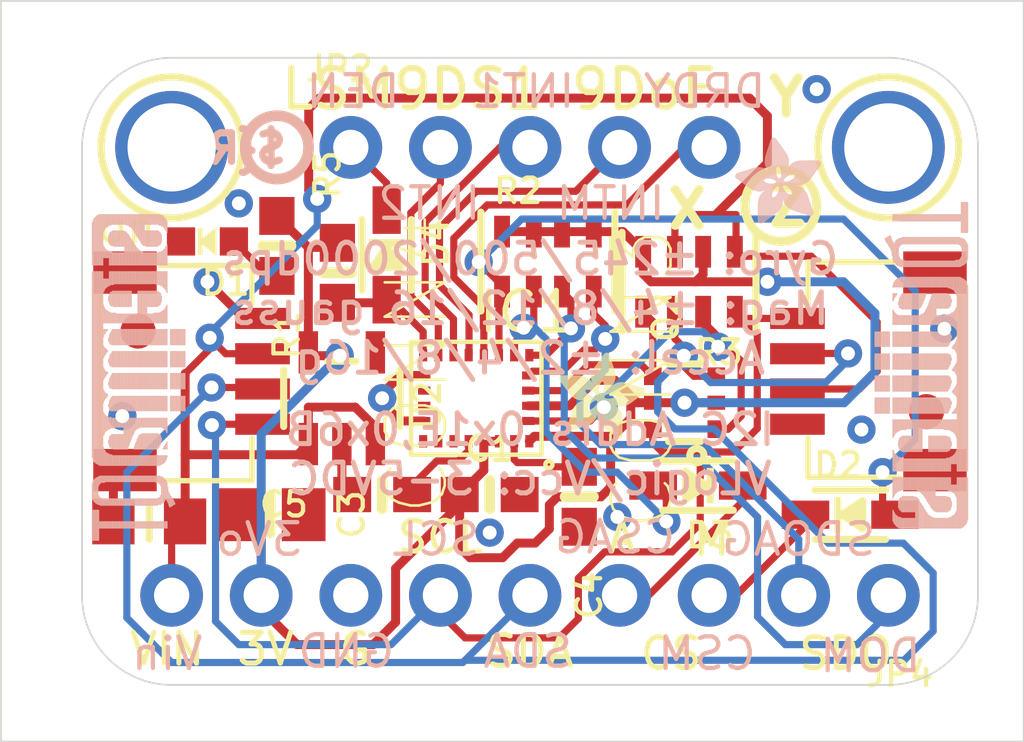
<source format=kicad_pcb>
(kicad_pcb (version 20240108) (generator "pcbnew") (generator_version "8.0")
  (layers (0 "F.Cu" signal) (31 "B.Cu" signal) (34 "B.Paste" user) (35 "F.Paste" user) (36 "B.SilkS" user "B.Silkscreen") (37 "F.SilkS" user "F.Silkscreen") (38 "B.Mask" user) (39 "F.Mask" user) (44 "Edge.Cuts" user))
  (net 0 "")
  (net 1 "GND")
  (net 2 "SDA")
  (net 3 "SCL")
  (net 4 "SCL_3V")
  (net 5 "SDA_3V")
  (net 6 "3.3V")
  (net 7 "VCC")
  (net 8 "N$1")
  (net 9 "DEN_5V")
  (net 10 "DEN_3V")
  (net 11 "CS_A/G")
  (net 12 "CS_M")
  (net 13 "SDO_M")
  (net 14 "SDO_AG")
  (net 15 "INT_M")
  (net 16 "DRDY_M")
  (net 17 "INT1_AG")
  (net 18 "INT2_AG")
  (net 19 "C1")
  (net 20 "CAP")
  (net 21 "CS_AG_5V")
  (net 22 "CS_M_5V")
  (footprint "JST_SH4" (layer "F.Cu") (at 158.5976 105.0036 90)
    (property "Reference" "CONN3")
    (property "Value" "STEMMA_I2C_QT" (hide yes))
  )
  (footprint "SOT363" (layer "F.Cu") (at 152.8826 105.8926 90)
    (property "Reference" "Q2")
    (property "Value" "BSS138")
  )
  (footprint "RESPACK_4X0603" (layer "F.Cu") (at 153.0096 102.4636 180)
    (property "Reference" "R3")
    (property "Value" "10K")
  )
  (footprint "MOUNTINGHOLE_2.5_PLATED" (layer "F.Cu") (at 158.6611 98.6536)
    (property "Reference" "U$17" (hide yes))
    (property "Value" "MOUNTINGHOLE2.5" (hide yes))
  )
  (footprint "FIDUCIAL_1MM" (layer "F.Cu") (at 159.7406 106.1466)
    (property "Reference" "FID4" (hide yes))
    (property "Value" "FIDUCIAL_1MM" (hide yes))
  )
  (footprint "0603-NO" (layer "F.Cu") (at 149.8981 108.5596 -90)
    (property "Reference" "C4")
    (property "Value" "0.22uF")
  )
  (footprint "FIDUCIAL_1MM" (layer "F.Cu") (at 137.3886 103.8606)
    (property "Reference" "FID3" (hide yes))
    (property "Value" "FIDUCIAL_1MM" (hide yes))
  )
  (footprint "0603-NO" (layer "F.Cu") (at 144.3101 108.4961 180)
    (property "Reference" "C5")
    (property "Value" "0.01uF")
  )
  (footprint "JST_SH4" (layer "F.Cu") (at 138.4046 105.0036 -90)
    (property "Reference" "CONN4")
    (property "Value" "STEMMA_I2C_QT" (hide yes))
  )
  (footprint "LGA24_3.5X3.1MM" (layer "F.Cu") (at 146.9771 105.7656 180)
    (property "Reference" "IC1")
    (property "Value" "LSM9DS1" (hide yes))
  )
  (footprint "CHIPLED_0603_NOOUTLINE" (layer "F.Cu") (at 139.3571 101.3206 90)
    (property "Reference" "D1")
    (property "Value" "GREEN" (hide yes))
  )
  (footprint "SOD-323" (layer "F.Cu") (at 153.2636 108.2421 180)
    (property "Reference" "D3")
    (property "Value" "1N4148")
  )
  (footprint "1X09_ROUND_70" (layer "F.Cu") (at 148.5011 111.3536 180)
    (property "Reference" "JP4")
    (property "Value" "PowerIO")
  )
  (footprint "0805-NO" (layer "F.Cu") (at 141.1351 109.0676)
    (property "Reference" "C3")
    (property "Value" "10uF" (hide yes))
  )
  (footprint "SOT23-5" (layer "F.Cu") (at 143.1671 105.7656)
    (property "Reference" "U2")
    (property "Value" "AP2112K-3.3")
  )
  (footprint "MOUNTINGHOLE_2.5_PLATED" (layer "F.Cu") (at 138.3411 98.6536)
    (property "Reference" "U$1" (hide yes))
    (property "Value" "MOUNTINGHOLE2.5" (hide yes))
  )
  (footprint "0603-NO" (layer "F.Cu") (at 141.3256 101.4476 -90)
    (property "Reference" "R1")
    (property "Value" "10K")
  )
  (footprint "1X05_ROUND_70" (layer "F.Cu") (at 148.5011 98.6536)
    (property "Reference" "JP2")
    (property "Value" "")
  )
  (footprint "ADAFRUIT_2.5MM" (layer "F.Cu") (at 149.3266 106.9086)
    (property "Reference" "U$10" (hide yes))
    (property "Value" "" (hide yes))
  )
  (footprint "RESPACK_4X0603" (layer "F.Cu") (at 149.0091 101.8921)
    (property "Reference" "R2")
    (property "Value" "10k")
  )
  (footprint "0603-NO" (layer "F.Cu") (at 143.0401 102.2096 90)
    (property "Reference" "R5")
    (property "Value" "10K")
  )
  (footprint "SOD-323" (layer "F.Cu") (at 144.4371 101.7016 -90)
    (property "Reference" "D4")
    (property "Value" "1N4148")
  )
  (footprint "0603-NO" (layer "F.Cu") (at 147.3581 108.4961)
    (property "Reference" "C1")
    (property "Value" "0.1uF")
  )
  (footprint "SOD-323" (layer "F.Cu") (at 157.5816 109.0676)
    (property "Reference" "D2")
    (property "Value" "1N4148" (hide yes))
  )
  (footprint "_0805MP" (layer "F.Cu") (at 137.7061 109.2581 180)
    (property "Reference" "C2" (hide yes))
    (property "Value" "10uF" (hide yes))
  )
  (footprint "STEMMAQT" (layer "B.Cu") (at 138.7221 100.5586 -90)
    (property "Reference" "U$31" (hide yes))
    (property "Value" "" (hide yes))
  )
  (footprint "ADAFRUIT_2.5MM" (layer "B.Cu") (at 156.7561 100.8126 180)
    (property "Reference" "U$16" (hide yes))
    (property "Value" "" (hide yes))
  )
  (footprint "STEMMAQT" (layer "B.Cu") (at 158.2801 109.4486 90)
    (property "Reference" "U$30" (hide yes))
    (property "Value" "" (hide yes))
  )
  (footprint "PCBFEAT-REV-040" (layer "B.Cu") (at 141.3256 98.6536 180)
    (property "Reference" "U$25" (hide yes))
    (property "Value" "" (hide yes))
  )
  (gr_arc (start 156.6301 100.3006) (mid 156.33252 101.01902) (end 155.6141 101.3166) (stroke (width 0.254)) (layer "F.SilkS"))
  (gr_arc (start 155.6141 99.2846) (mid 156.33252 99.58218) (end 156.6301 100.3006) (stroke (width 0.254)) (layer "F.SilkS"))
  (gr_arc (start 155.6141 101.3166) (mid 154.89568 101.01902) (end 154.5981 100.3006) (stroke (width 0.254)) (layer "F.SilkS"))
  (gr_arc (start 154.5981 100.3006) (mid 154.890467 99.576968) (end 155.614099 99.284601) (stroke (width 0.254)) (layer "F.SilkS"))
  (gr_arc (start 138.3411 113.8936) (mid 136.545049 113.149651) (end 135.8011 111.3536) (stroke (width 0.05)) (layer "Edge.Cuts"))
  (gr_arc (start 161.2011 111.3536) (mid 160.457151 113.149651) (end 158.6611 113.8936) (stroke (width 0.05)) (layer "Edge.Cuts"))
  (gr_rect (start 133.5 94.5) (end 162.5 115.5) (stroke (width 0.05)) (fill none) (layer "Edge.Cuts"))
  (gr_line (start 138.3411 113.8936) (end 158.6611 113.8936) (stroke (width 0.05)) (layer "Edge.Cuts"))
  (gr_arc (start 158.6611 96.1136) (mid 160.457151 96.857549) (end 161.2011 98.6536) (stroke (width 0.05)) (layer "Edge.Cuts"))
  (gr_line (start 161.2011 111.3536) (end 161.2011 98.6536) (stroke (width 0.05)) (layer "Edge.Cuts"))
  (gr_line (start 135.8011 98.6536) (end 135.8011 111.3536) (stroke (width 0.05)) (layer "Edge.Cuts"))
  (gr_line (start 158.6611 96.1136) (end 138.3411 96.1136) (stroke (width 0.05)) (layer "Edge.Cuts"))
  (gr_arc (start 135.8011 98.6536) (mid 136.545049 96.857549) (end 138.3411 96.1136) (stroke (width 0.05)) (layer "Edge.Cuts"))
  (gr_text "DOM" (at 158.1531 113.0681 0) (layer "B.SilkS") (effects (font (size 0.89408 0.89408) (thickness 0.12192)) (justify mirror)))
  (gr_text "VLogic/Vcc: 3-5VDC" (at 148.5011 108.0516 0) (layer "B.SilkS") (effects (font (size 0.87376 0.87376) (thickness 0.14224)) (justify mirror)))
  (gr_text "SDA" (at 148.4376 112.9411 0) (layer "B.SilkS") (effects (font (size 0.89408 0.89408) (thickness 0.12192)) (justify mirror)))
  (gr_text "INT1" (at 148.3106 97.0661 0) (layer "B.SilkS") (effects (font (size 0.89408 0.89408) (thickness 0.12192)) (justify mirror)))
  (gr_text "CSAG" (at 150.9141 109.7026 0) (layer "B.SilkS") (effects (font (size 0.89408 0.89408) (thickness 0.12192)) (justify mirror)))
  (gr_text "GND" (at 143.2941 112.9411 0) (layer "B.SilkS") (effects (font (size 0.89408 0.89408) (thickness 0.12192)) (justify mirror)))
  (gr_text "I2C Addrs 0x1E,0x6B" (at 148.5011 106.6546 0) (layer "B.SilkS") (effects (font (size 0.87376 0.87376) (thickness 0.14224)) (justify mirror)))
  (gr_text "DEN" (at 143.4846 97.0661 0) (layer "B.SilkS") (effects (font (size 0.89408 0.89408) (thickness 0.12192)) (justify mirror)))
  (gr_text "CSM" (at 153.5176 113.0046 0) (layer "B.SilkS") (effects (font (size 0.89408 0.89408) (thickness 0.12192)) (justify mirror)))
  (gr_text "Vin" (at 138.2141 113.0046 0) (layer "B.SilkS") (effects (font (size 0.89408 0.89408) (thickness 0.12192)) (justify mirror)))
  (gr_text "SCL" (at 145.8341 109.7661 0) (layer "B.SilkS") (effects (font (size 0.89408 0.89408) (thickness 0.12192)) (justify mirror)))
  (gr_text "DRDY" (at 153.4541 97.0661 0) (layer "B.SilkS") (effects (font (size 0.89408 0.89408) (thickness 0.12192)) (justify mirror)))
  (gr_text "3Vo" (at 140.8176 109.7661 0) (layer "B.SilkS") (effects (font (size 0.89408 0.89408) (thickness 0.12192)) (justify mirror)))
  (gr_text "Gyro: ±245/500/2000dps\nMag: ±4/8/12/16 gauss\nAccel: ±2/4/8/16g" (at 148.5011 103.2256 0) (layer "B.SilkS") (effects (font (size 0.87376 0.87376) (thickness 0.14224)) (justify mirror)))
  (gr_text "INT2" (at 145.6436 100.2411 0) (layer "B.SilkS") (effects (font (size 0.89408 0.89408) (thickness 0.12192)) (justify mirror)))
  (gr_text "SDOAG" (at 156.1211 109.7661 0) (layer "B.SilkS") (effects (font (size 0.89408 0.89408) (thickness 0.12192)) (justify mirror)))
  (gr_text "INTM" (at 150.7871 100.2411 0) (layer "B.SilkS") (effects (font (size 0.89408 0.89408) (thickness 0.12192)) (justify mirror)))
  (gr_text "VIN" (at 138.2141 112.8776 0) (layer "F.SilkS") (effects (font (size 0.87376 0.87376) (thickness 0.14224))))
  (gr_text "SCL" (at 145.9611 109.7026 0) (layer "F.SilkS") (effects (font (size 0.87376 0.87376) (thickness 0.14224))))
  (gr_text "SDA" (at 148.5011 112.9411 0) (layer "F.SilkS") (effects (font (size 0.87376 0.87376) (thickness 0.14224))))
  (gr_text "LSM9DS1 9DoF" (at 147.6121 97.0026 0) (layer "F.SilkS") (effects (font (size 1.0922 1.0922) (thickness 0.1778))))
  (gr_text "A" (at 151.1046 109.7026 0) (layer "F.SilkS") (effects (font (size 0.87376 0.87376) (thickness 0.14224))))
  (gr_text "M" (at 153.6446 109.7661 0) (layer "F.SilkS") (effects (font (size 0.87376 0.87376) (thickness 0.14224))))
  (gr_text "on" (at 136.1821 101.4476 0) (layer "F.SilkS") (effects (font (size 0.89408 0.89408) (thickness 0.12192)) (justify left bottom)))
  (gr_text "X" (at 152.3071 101.0021 0) (layer "F.SilkS") (effects (font (size 1.016 1.016) (thickness 0.254)) (justify left bottom)))
  (gr_text "Z" (at 155.1646 100.9386 0) (layer "F.SilkS") (effects (font (size 1.016 1.016) (thickness 0.254)) (justify left bottom)))
  (gr_text "G" (at 143.5481 112.8776 0) (layer "F.SilkS") (effects (font (size 0.87376 0.87376) (thickness 0.14224))))
  (gr_text "3V" (at 141.0081 112.8776 0) (layer "F.SilkS") (effects (font (size 0.87376 0.87376) (thickness 0.14224))))
  (gr_text "Y" (at 155.1646 97.8271 0) (layer "F.SilkS") (effects (font (size 1.016 1.016) (thickness 0.254)) (justify left bottom)))
  (gr_text "SDO" (at 157.4546 113.0046 0) (layer "F.SilkS") (effects (font (size 0.87376 0.87376) (thickness 0.14224))))
  (gr_text "CS" (at 152.5016 113.0046 0) (layer "F.SilkS") (effects (font (size 0.87376 0.87376) (thickness 0.14224))))
  (segment (start 143.1671 107.0657) (end 143.1671 108.2031) (width 0.254) (layer "F.Cu") (net 1))
  (segment (start 143.1671 108.2031) (end 143.4601 108.4961) (width 0.254) (layer "F.Cu") (net 1))
  (segment (start 144.3101 105.9026) (end 144.3101 105.7656) (width 0.254) (layer "F.Cu") (net 1))
  (segment (start 145.5021 106.4106) (end 144.8181 106.4106) (width 0.254) (layer "F.Cu") (net 1))
  (segment (start 144.8281 105.1206) (end 144.3101 105.6386) (width 0.254) (layer "F.Cu") (net 1))
  (segment (start 144.3101 105.6386) (end 144.3101 105.7656) (width 0.254) (layer "F.Cu") (net 1))
  (segment (start 136.6901 109.2581) (end 136.6901 108.1321) (width 0.254) (layer "F.Cu") (net 1))
  (segment (start 136.6901 108.1321) (end 137.0186 107.8036) (width 0.254) (layer "F.Cu") (net 1))
  (segment (start 144.8181 106.4106) (end 144.3101 105.9026) (width 0.254) (layer "F.Cu") (net 1))
  (segment (start 145.5021 105.1206) (end 144.8281 105.1206) (width 0.254) (layer "F.Cu") (net 1))
  (segment (start 140.3971 103.5036) (end 139.3571 102.4636) (width 0.254) (layer "F.Cu") (net 1))
  (segment (start 140.9186 103.5036) (end 140.3971 103.5036) (width 0.254) (layer "F.Cu") (net 1))
  (via (at 144.3101 105.7656) (size 0.8001) (drill 0.3937) (layers "F.Cu" "B.Cu") (net 1))
  (via (at 150.9776 109.1311) (size 0.8001) (drill 0.3937) (layers "F.Cu" "B.Cu") (net 1))
  (via (at 160.2486 103.7971) (size 0.8001) (drill 0.3937) (layers "F.Cu" "B.Cu") (net 1))
  (via (at 136.9441 106.2736) (size 0.8001) (drill 0.3937) (layers "F.Cu" "B.Cu") (net 1))
  (via (at 157.8991 106.6546) (size 0.8001) (drill 0.3937) (layers "F.Cu" "B.Cu") (net 1))
  (via (at 140.2461 100.2411) (size 0.8001) (drill 0.3937) (layers "F.Cu" "B.Cu") (net 1))
  (via (at 147.3581 109.5756) (size 0.8001) (drill 0.3937) (layers "F.Cu" "B.Cu") (net 1))
  (via (at 156.6291 97.0026) (size 0.8001) (drill 0.3937) (layers "F.Cu" "B.Cu") (net 1))
  (via (at 139.3571 102.4636) (size 0.8001) (drill 0.3937) (layers "F.Cu" "B.Cu") (net 1))
  (segment (start 152.8636 104.8576) (end 153.1486 105.1426) (width 0.2032) (layer "F.Cu") (net 2))
  (segment (start 152.8636 104.4956) (end 152.8636 104.5591) (width 0.2032) (layer "F.Cu") (net 2))
  (segment (start 156.0916 104.4956) (end 157.5181 104.4956) (width 0.2032) (layer "F.Cu") (net 2))
  (segment (start 152.8636 104.5591) (end 152.8636 104.8576) (width 0.2032) (layer "F.Cu") (net 2))
  (segment (start 152.6096 103.3136) (end 152.6096 104.0756) (width 0.2032) (layer "F.Cu") (net 2))
  (segment (start 152.9466 104.4126) (end 152.6096 104.0756) (width 0.2032) (layer "F.Cu") (net 2))
  (segment (start 156.0836 104.5036) (end 156.0916 104.4956) (width 0.2032) (layer "F.Cu") (net 2))
  (segment (start 140.8758 105.4608) (end 139.4739 105.4608) (width 0.2032) (layer "F.Cu") (net 2))
  (segment (start 152.9466 104.4126) (end 152.8636 104.4956) (width 0.2032) (layer "F.Cu") (net 2))
  (segment (start 140.9186 105.5036) (end 140.8758 105.4608) (width 0.2032) (layer "F.Cu") (net 2))
  (segment (start 153.1486 105.1426) (end 153.7826 105.1426) (width 0.2032) (layer "F.Cu") (net 2))
  (via (at 157.5181 104.4956) (size 0.8001) (drill 0.3937) (layers "F.Cu" "B.Cu") (net 2))
  (via (at 152.8636 104.5591) (size 0.8001) (drill 0.3937) (layers "F.Cu" "B.Cu") (net 2))
  (via (at 139.4739 105.4608) (size 0.8001) (drill 0.3937) (layers "F.Cu" "B.Cu") (net 2))
  (segment (start 159.9311 112.3696) (end 159.1056 113.1951) (width 0.2032) (layer "B.Cu") (net 2))
  (segment (start 146.5961 113.2586) (end 146.6596 113.1951) (width 0.2032) (layer "B.Cu") (net 2))
  (segment (start 152.1206 106.1466) (end 152.60955 106.63555) (width 0.2032) (layer "B.Cu") (net 2))
  (segment (start 156.8831 105.3211) (end 153.625603 105.3211) (width 0.2032) (layer "B.Cu") (net 2))
  (segment (start 157.5181 104.6861) (end 156.8831 105.3211) (width 0.2032) (layer "B.Cu") (net 2))
  (segment (start 156.958368 109.87405) (end 159.08655 109.87405) (width 0.2032) (layer "B.Cu") (net 2))
  (segment (start 137.0711 111.9886) (end 138.3411 113.2586) (width 0.2032) (layer "B.Cu") (net 2))
  (segment (start 152.1206 105.3021) (end 152.1206 106.1466) (width 0.2032) (layer "B.Cu") (net 2))
  (segment (start 152.8636 104.5591) (end 153.625603 105.3211) (width 0.2032) (layer "B.Cu") (net 2))
  (segment (start 139.4739 105.4608) (end 137.0711 107.8636) (width 0.2032) (layer "B.Cu") (net 2))
  (segment (start 159.08655 109.87405) (end 159.9311 110.7186) (width 0.2032) (layer "B.Cu") (net 2))
  (segment (start 146.6596 113.1951) (end 159.1056 113.1951) (width 0.2032) (layer "B.Cu") (net 2))
  (segment (start 152.8636 104.5591) (end 152.1206 105.3021) (width 0.2032) (layer "B.Cu") (net 2))
  (segment (start 157.5181 104.4956) (end 157.5181 104.6861) (width 0.2032) (layer "B.Cu") (net 2))
  (segment (start 152.60955 106.63555) (end 153.719868 106.63555) (width 0.2032) (layer "B.Cu") (net 2))
  (segment (start 153.719868 106.63555) (end 156.958368 109.87405) (width 0.2032) (layer "B.Cu") (net 2))
  (segment (start 137.0711 107.8636) (end 137.0711 111.9886) (width 0.2032) (layer "B.Cu") (net 2))
  (segment (start 138.3411 113.2586) (end 146.5961 113.2586) (width 0.2032) (layer "B.Cu") (net 2))
  (segment (start 159.9311 110.7186) (end 159.9311 112.3696) (width 0.2032) (layer "B.Cu") (net 2))
  (segment (start 146.6596 113.1951) (end 148.5011 111.3536) (width 0.2032) (layer "B.Cu") (net 2))
  (segment (start 154.4996 103.5036) (end 154.3096 103.3136) (width 0.2032) (layer "F.Cu") (net 3))
  (segment (start 145.9611 111.6076) (end 145.9611 111.3536) (width 0.254) (layer "F.Cu") (net 3))
  (segment (start 153.3271 109.3216) (end 152.527 110.1217) (width 0.2032) (layer "F.Cu") (net 3))
  (segment (start 153.3271 107.2896) (end 153.3271 109.3216) (width 0.2032) (layer "F.Cu") (net 3))
  (segment (start 149.8727 112.014) (end 149.3266 112.5601) (width 0.2032) (layer "F.Cu") (net 3))
  (segment (start 154.9446 103.9486) (end 154.9446 106.6246) (width 0.2032) (layer "F.Cu") (net 3))
  (segment (start 152.2476 107.2896) (end 151.9821 107.0241) (width 0.2032) (layer "F.Cu") (net 3))
  (segment (start 151.9826 106.6426) (end 151.9821 106.6431) (width 0.2032) (layer "F.Cu") (net 3))
  (segment (start 149.3266 112.5601) (end 146.6596 112.5601) (width 0.2032) (layer "F.Cu") (net 3))
  (segment (start 154.3096 103.3136) (end 154.9446 103.9486) (width 0.2032) (layer "F.Cu") (net 3))
  (segment (start 154.2796 107.2896) (end 153.3271 107.2896) (width 0.2032) (layer "F.Cu") (net 3))
  (segment (start 145.9611 111.8616) (end 145.9611 111.6076) (width 0.2032) (layer "F.Cu") (net 3))
  (segment (start 156.0836 103.5036) (end 154.4996 103.5036) (width 0.2032) (layer "F.Cu") (net 3))
  (segment (start 146.6596 112.5601) (end 145.9611 111.8616) (width 0.2032) (layer "F.Cu") (net 3))
  (segment (start 150.620631 110.1217) (end 149.8727 110.869632) (width 0.2032) (layer "F.Cu") (net 3))
  (segment (start 149.8727 110.869632) (end 149.8727 112.014) (width 0.2032) (layer "F.Cu") (net 3))
  (segment (start 152.527 110.1217) (end 150.620631 110.1217) (width 0.2032) (layer "F.Cu") (net 3))
  (segment (start 151.9821 107.0241) (end 151.9821 106.6431) (width 0.2032) (layer "F.Cu") (net 3))
  (segment (start 154.9446 106.6246) (end 154.2796 107.2896) (width 0.2032) (layer "F.Cu") (net 3))
  (segment (start 140.9186 106.5036) (end 139.4841 106.5036) (width 0.2032) (layer "F.Cu") (net 3))
  (segment (start 152.2476 107.2896) (end 153.3271 107.2896) (width 0.2032) (layer "F.Cu") (net 3))
  (segment (start 139.4841 106.5036) (end 139.4841 106.5276) (width 0.2032) (layer "F.Cu") (net 3))
  (via (at 139.4841 106.5276) (size 0.8001) (drill 0.3937) (layers "F.Cu" "B.Cu") (net 3))
  (segment (start 139.5857 106.6292) (end 139.5857 112.0902) (width 0.2032) (layer "B.Cu") (net 3))
  (segment (start 139.4841 106.5276) (end 139.5857 106.6292) (width 0.2032) (layer "B.Cu") (net 3))
  (segment (start 140.2461 112.7506) (end 144.5641 112.7506) (width 0.2032) (layer "B.Cu") (net 3))
  (segment (start 144.5641 112.7506) (end 145.9611 111.3536) (width 0.2032) (layer "B.Cu") (net 3))
  (segment (start 139.5857 112.0902) (end 140.2461 112.7506) (width 0.2032) (layer "B.Cu") (net 3))
  (segment (start 154.4874 106.2736) (end 154.1184 106.6426) (width 0.2032) (layer "F.Cu") (net 4))
  (segment (start 153.4096 103.3136) (end 153.4096 103.6311) (width 0.254) (layer "F.Cu") (net 4))
  (segment (start 153.4096 103.6311) (end 154.0836 104.3051) (width 0.254) (layer "F.Cu") (net 4))
  (segment (start 150.5966 106.0196) (end 150.2056 106.4106) (width 0.2032) (layer "F.Cu") (net 4))
  (segment (start 154.4874 104.7089) (end 154.4874 106.2736) (width 0.2032) (layer "F.Cu") (net 4))
  (segment (start 153.8351 104.3051) (end 154.0836 104.3051) (width 0.2032) (layer "F.Cu") (net 4))
  (segment (start 150.2056 106.4106) (end 148.4521 106.4106) (width 0.2032) (layer "F.Cu") (net 4))
  (segment (start 153.7826 106.6426) (end 154.1184 106.6426) (width 0.2032) (layer "F.Cu") (net 4))
  (segment (start 154.4874 104.7089) (end 154.0836 104.3051) (width 0.2032) (layer "F.Cu") (net 4))
  (via (at 150.5966 106.0196) (size 0.8001) (drill 0.3937) (layers "F.Cu" "B.Cu") (net 4))
  (via (at 153.8351 104.3051) (size 0.8001) (drill 0.3937) (layers "F.Cu" "B.Cu") (net 4))
  (segment (start 150.5966 105.7656) (end 152.48255 103.87965) (width 0.2032) (layer "B.Cu") (net 4))
  (segment (start 152.48255 103.87965) (end 153.40965 103.87965) (width 0.2032) (layer "B.Cu") (net 4))
  (segment (start 153.40965 103.87965) (end 153.8351 104.3051) (width 0.2032) (layer "B.Cu") (net 4))
  (segment (start 150.5966 106.0196) (end 150.5966 105.7656) (width 0.2032) (layer "B.Cu") (net 4))
  (segment (start 151.656968 104.816969) (end 150.155968 104.816969) (width 0.2032) (layer "F.Cu") (net 5))
  (segment (start 151.9826 105.1426) (end 151.656968 104.816969) (width 0.2032) (layer "F.Cu") (net 5))
  (segment (start 151.9826 103.5866) (end 151.9826 105.1426) (width 0.2032) (layer "F.Cu") (net 5))
  (segment (start 148.4521 105.5506) (end 149.422337 105.5506) (width 0.2032) (layer "F.Cu") (net 5))
  (segment (start 149.422337 105.5506) (end 150.155968 104.816969) (width 0.2032) (layer "F.Cu") (net 5))
  (segment (start 151.9826 103.5866) (end 151.7096 103.3136) (width 0.2032) (layer "F.Cu") (net 5))
  (segment (start 142.2505 104.4655) (end 142.2171 104.4321) (width 0.254) (layer "F.Cu") (net 6))
  (segment (start 144.6911 110.5916) (end 146.5081 108.7746) (width 0.254) (layer "F.Cu") (net 6))
  (segment (start 150.7871 106.8451) (end 150.7871 108.28915) (width 0.254) (layer "F.Cu") (net 6))
  (segment (start 144.6911 112.1156) (end 144.6911 110.5916) (width 0.254) (layer "F.Cu") (net 6))
  (segment (start 150.8506 106.8451) (end 151.3586 106.3371) (width 0.254) (layer "F.Cu") (net 6))
  (segment (start 148.1408 109.8724) (end 148.6488 109.8724) (width 0.254) (layer "F.Cu") (net 6))
  (segment (start 153.4096 101.6136) (end 153.4096 102.2541) (width 0.254) (layer "F.Cu") (net 6))
  (segment (start 147.1921 107.8121) (end 146.5081 108.4961) (width 0.254) (layer "F.Cu") (net 6))
  (segment (start 143.1061 104.5591) (end 142.3441 104.5591) (width 0.254) (layer "F.Cu") (net 6))
  (segment (start 151.7096 101.6136) (end 151.1381 101.0421) (width 0.254) (layer "F.Cu") (net 6))
  (segment (start 142.3441 104.5591) (end 142.2505 104.4655) (width 0.254) (layer "F.Cu") (net 6))
  (segment (start 142.2171 101.4891) (end 141.3256 100.5976) (width 0.254) (layer "F.Cu") (net 6))
  (segment (start 142.2171 104.4655) (end 142.2505 104.4655) (width 0.254) (layer "F.Cu") (net 6))
  (segment (start 147.6221 106.9856) (end 147.1921 106.9856) (width 0.254) (layer "F.Cu") (net 6))
  (segment (start 150.8506 106.8451) (end 150.7871 106.8451) (width 0.254) (layer "F.Cu") (net 6))
  (segment (start 142.9106 101.4891) (end 142.2171 101.4891) (width 0.254) (layer "F.Cu") (net 6))
  (segment (start 148.6488 109.8724) (end 149.0504 109.4708) (width 0.254) (layer "F.Cu") (net 6))
  (segment (start 149.0504 109.4708) (end 149.0504 108.78875) (width 0.254) (layer "F.Cu") (net 6))
  (segment (start 149.27955 108.5596) (end 149.0504 108.78875) (width 0.254) (layer "F.Cu") (net 6))
  (segment (start 150.7871 106.8451) (end 148.6226 106.8451) (width 0.254) (layer "F.Cu") (net 6))
  (segment (start 151.3586 106.3371) (end 151.3586 105.95611) (width 0.254) (layer "F.Cu") (net 6))
  (segment (start 148.4521 105.9806) (end 149.6196 105.9806) (width 0.254) (layer "F.Cu") (net 6))
  (segment (start 149.4091 101.0421) (end 150.3091 101.0421) (width 0.254) (layer "F.Cu") (net 6))
  (segment (start 151.9826 105.8926) (end 152.8826 105.8926) (width 0.254) (layer "F.Cu") (net 6))
  (segment (start 150.7871 108.28915) (end 150.51665 108.5596) (width 0.254) (layer "F.Cu") (net 6))
  (segment (start 146.7993 110.2868) (end 147.7264 110.2868) (width 0.254) (layer "F.Cu") (net 6))
  (segment (start 147.1921 106.9856) (end 147.1921 107.8121) (width 0.254) (layer "F.Cu") (net 6))
  (segment (start 140.8811 111.7346) (end 140.8811 111.3536) (width 0.254) (layer "F.Cu") (net 6))
  (segment (start 153.2001 102.4636) (end 155.2321 102.4636) (width 0.254) (layer "F.Cu") (net 6))
  (segment (start 153.4096 102.2541) (end 153.2001 102.4636) (width 0.254) (layer "F.Cu") (net 6))
  (segment (start 151.7096 101.6136) (end 151.7096 102.2431) (width 0.254) (layer "F.Cu") (net 6))
  (segment (start 146.5081 108.4961) (end 146.5081 109.9956) (width 0.254) (layer "F.Cu") (net 6))
  (segment (start 151.9826 105.8926) (end 151.549109 105.8926) (width 0.254) (layer "F.Cu") (net 6))
  (segment (start 141.8971 112.7506) (end 144.0561 112.7506) (width 0.254) (layer "F.Cu") (net 6))
  (segment (start 152.8826 105.8926) (end 153.7826 105.8926) (width 0.254) (layer "F.Cu") (net 6))
  (segment (start 141.8971 112.7506) (end 140.8811 111.7346) (width 0.254) (layer "F.Cu") (net 6))
  (segment (start 148.6091 101.0421) (end 149.4091 101.0421) (width 0.254) (layer "F.Cu") (net 6))
  (segment (start 140.1851 109.0676) (end 140.8811 109.7636) (width 0.254) (layer "F.Cu") (net 6))
  (segment (start 151.9301 102.4636) (end 151.7096 102.2431) (width 0.254) (layer "F.Cu") (net 6))
  (segment (start 151.1381 101.0421) (end 150.3091 101.0421) (width 0.254) (layer "F.Cu") (net 6))
  (segment (start 148.4821 106.9856) (end 148.6226 106.8451) (width 0.254) (layer "F.Cu") (net 6))
  (segment (start 148.6091 101.0421) (end 147.7091 101.0421) (width 0.254) (layer "F.Cu") (net 6))
  (segment (start 146.5081 108.7746) (end 146.5081 108.4961) (width 0.254) (layer "F.Cu") (net 6))
  (segment (start 142.2171 101.4891) (end 142.2171 104.4321) (width 0.254) (layer "F.Cu") (net 6))
  (segment (start 150.51665 108.5596) (end 149.27955 108.5596) (width 0.254) (layer "F.Cu") (net 6))
  (segment (start 143.0401 101.3596) (end 142.9106 101.4891) (width 0.254) (layer "F.Cu") (net 6))
  (segment (start 144.6911 112.1156) (end 144.0561 112.7506) (width 0.254) (layer "F.Cu") (net 6))
  (segment (start 151.3586 105.95611) (end 151.422109 105.8926) (width 0.254) (layer "F.Cu") (net 6))
  (segment (start 149.6196 105.9806) (end 150.3426 105.2576) (width 0.254) (layer "F.Cu") (net 6))
  (segment (start 146.5081 109.9956) (end 146.7993 110.2868) (width 0.254) (layer "F.Cu") (net 6))
  (segment (start 140.8811 109.7636) (end 140.8811 111.3536) (width 0.254) (layer "F.Cu") (net 6))
  (segment (start 150.914109 105.2576) (end 150.3426 105.2576) (width 0.254) (layer "F.Cu") (net 6))
  (segment (start 147.7264 110.2868) (end 148.1408 109.8724) (width 0.254) (layer "F.Cu") (net 6))
  (segment (start 153.2001 102.4636) (end 151.9301 102.4636) (width 0.254) (layer "F.Cu") (net 6))
  (segment (start 151.549109 105.8926) (end 150.914109 105.2576) (width 0.254) (layer "F.Cu") (net 6))
  (segment (start 151.549109 105.8926) (end 151.422109 105.8926) (width 0.254) (layer "F.Cu") (net 6))
  (via (at 155.2321 102.4636) (size 0.8001) (drill 0.3937) (layers "F.Cu" "B.Cu") (net 6))
  (via (at 143.1061 104.5591) (size 0.8001) (drill 0.3937) (layers "F.Cu" "B.Cu") (net 6))
  (via (at 152.8826 105.8926) (size 0.8001) (drill 0.3937) (layers "F.Cu" "B.Cu") (net 6))
  (segment (start 140.8811 111.3536) (end 140.8811 106.7841) (width 0.254) (layer "B.Cu") (net 6))
  (segment (start 155.2321 102.4636) (end 157.3911 102.4636) (width 0.254) (layer "B.Cu") (net 6))
  (segment (start 158.2801 103.3526) (end 158.2801 105.022788) (width 0.254) (layer "B.Cu") (net 6))
  (segment (start 157.410287 105.8926) (end 152.8826 105.8926) (width 0.254) (layer "B.Cu") (net 6))
  (segment (start 157.3911 102.4636) (end 158.2801 103.3526) (width 0.254) (layer "B.Cu") (net 6))
  (segment (start 158.2801 105.022788) (end 157.410287 105.8926) (width 0.254) (layer "B.Cu") (net 6))
  (segment (start 140.8811 106.7841) (end 143.1061 104.5591) (width 0.254) (layer "B.Cu") (net 6))
  (segment (start 152.6096 100.7681) (end 152.8191 100.5586) (width 0.2032) (layer "F.Cu") (net 7))
  (segment (start 154.3431 100.5586) (end 154.3431 101.5801) (width 0.2032) (layer "F.Cu") (net 7))
  (segment (start 138.7221 109.2581) (end 138.3411 109.2581) (width 0.2032) (layer "F.Cu") (net 7))
  (segment (start 138.7221 109.2581) (end 138.7246 109.2556) (width 0.254) (layer "F.Cu") (net 7))
  (segment (start 138.3411 111.3536) (end 138.3411 109.2581) (width 0.2032) (layer "F.Cu") (net 7))
  (segment (start 155.2321 99.0981) (end 155.2321 97.7646) (width 0.254) (layer "F.Cu") (net 7))
  (segment (start 143.5481 106.0196) (end 144.1171 106.5886) (width 0.254) (layer "F.Cu") (net 7))
  (segment (start 152.6096 101.6136) (end 152.6096 100.7681) (width 0.2032) (layer "F.Cu") (net 7))
  (segment (start 153.7716 100.5586) (end 155.2321 99.0981) (width 0.254) (layer "F.Cu") (net 7))
  (segment (start 142.2273 99.8728) (end 142.4686 100.1141) (width 0.254) (layer "F.Cu") (net 7))
  (segment (start 154.4366 101.7406) (end 154.3096 101.6136) (width 0.2032) (layer "F.Cu") (net 7))
  (segment (start 154.3431 101.5801) (end 154.3096 101.6136) (width 0.2032) (layer "F.Cu") (net 7))
  (segment (start 154.7241 97.2566) (end 142.5321 97.2566) (width 0.254) (layer "F.Cu") (net 7))
  (segment (start 138.7246 105.0646) (end 138.7246 107.367325) (width 0.254) (layer "F.Cu") (net 7))
  (segment (start 142.5321 97.2566) (end 142.2273 97.5614) (width 0.254) (layer "F.Cu") (net 7))
  (segment (start 157.8436 105.5036) (end 158.3436 105.0036) (width 0.2032) (layer "F.Cu") (net 7))
  (segment (start 155.2321 97.7646) (end 154.7241 97.2566) (width 0.254) (layer "F.Cu") (net 7))
  (segment (start 158.3436 103.6066) (end 156.4776 101.7406) (width 0.2032) (layer "F.Cu") (net 7))
  (segment (start 158.3436 105.0036) (end 158.3436 103.6066) (width 0.2032) (layer "F.Cu") (net 7))
  (segment (start 153.7716 100.5586) (end 154.3431 100.5586) (width 0.2032) (layer "F.Cu") (net 7))
  (segment (start 142.2171 107.0657) (end 142.2171 106.0196) (width 0.254) (layer "F.Cu") (net 7))
  (segment (start 138.7246 107.367325) (end 138.7246 109.2556) (width 0.254) (layer "F.Cu") (net 7))
  (segment (start 152.8191 100.5586) (end 153.7716 100.5586) (width 0.2032) (layer "F.Cu") (net 7))
  (segment (start 142.2171 107.0657) (end 141.915475 107.367325) (width 0.254) (layer "F.Cu") (net 7))
  (segment (start 139.8731 104.5036) (end 139.4206 104.0511) (width 0.2032) (layer "F.Cu") (net 7))
  (segment (start 141.915475 107.367325) (end 138.7246 107.367325) (width 0.254) (layer "F.Cu") (net 7))
  (segment (start 139.4206 104.3686) (end 138.7246 105.0646) (width 0.2032) (layer "F.Cu") (net 7))
  (segment (start 139.4206 104.0511) (end 139.4206 104.3686) (width 0.2032) (layer "F.Cu") (net 7))
  (segment (start 140.9186 104.5036) (end 139.8731 104.5036) (width 0.2032) (layer "F.Cu") (net 7))
  (segment (start 156.4776 101.7406) (end 154.4366 101.7406) (width 0.2032) (layer "F.Cu") (net 7))
  (segment (start 142.2273 97.5614) (end 142.2273 99.8728) (width 0.254) (layer "F.Cu") (net 7))
  (segment (start 144.1171 106.5886) (end 144.1171 107.0657) (width 0.254) (layer "F.Cu") (net 7))
  (segment (start 142.2171 106.0196) (end 143.5481 106.0196) (width 0.254) (layer "F.Cu") (net 7))
  (segment (start 156.0836 105.5036) (end 157.8436 105.5036) (width 0.2032) (layer "F.Cu") (net 7))
  (via (at 139.4206 104.0511) (size 0.8001) (drill 0.3937) (layers "F.Cu" "B.Cu") (net 7))
  (via (at 142.4686 100.1141) (size 0.8001) (drill 0.3937) (layers "F.Cu" "B.Cu") (net 7))
  (segment (start 142.4686 100.1141) (end 142.4686 100.8761) (width 0.2032) (layer "B.Cu") (net 7))
  (segment (start 142.4686 100.8761) (end 139.4206 103.9241) (width 0.2032) (layer "B.Cu") (net 7))
  (segment (start 139.4206 103.9241) (end 139.4206 104.0511) (width 0.2032) (layer "B.Cu") (net 7))
  (segment (start 140.1071 101.3206) (end 141.0841 102.2976) (width 0.2032) (layer "F.Cu") (net 8))
  (segment (start 141.0841 102.2976) (end 141.3256 102.2976) (width 0.2032) (layer "F.Cu") (net 8))
  (segment (start 144.4371 99.6696) (end 143.4211 98.6536) (width 0.2032) (layer "F.Cu") (net 9))
  (segment (start 144.4371 99.6696) (end 144.4371 100.4316) (width 0.2032) (layer "F.Cu") (net 9))
  (segment (start 144.1441 103.0596) (end 144.4371 103.3526) (width 0.254) (layer "F.Cu") (net 10))
  (segment (start 145.4721 103.8796) (end 144.5641 102.9716) (width 0.2032) (layer "F.Cu") (net 10))
  (segment (start 144.4371 102.9716) (end 144.5641 102.9716) (width 0.2032) (layer "F.Cu") (net 10))
  (segment (start 143.0401 103.0596) (end 144.1441 103.0596) (width 0.254) (layer "F.Cu") (net 10))
  (segment (start 145.4721 104.5456) (end 145.4721 103.8796) (width 0.2032) (layer "F.Cu") (net 10))
  (segment (start 144.4371 102.9716) (end 144.4371 103.3526) (width 0.2032) (layer "F.Cu") (net 10))
  (segment (start 148.40785 103.76735) (end 148.321125 103.76735) (width 0.2032) (layer "F.Cu") (net 11))
  (segment (start 152.36635 108.61485) (end 152.36635 109.2581) (width 0.2032) (layer "F.Cu") (net 11))
  (segment (start 148.448125 103.807625) (end 148.6091 103.64665) (width 0.2032) (layer "F.Cu") (net 11))
  (segment (start 148.0521 104.5456) (end 148.0623 104.5354) (width 0.2032) (layer "F.Cu") (net 11))
  (segment (start 148.6091 103.64665) (end 148.6091 102.7421) (width 0.2032) (layer "F.Cu") (net 11))
  (segment (start 148.0623 104.19345) (end 148.448125 103.807625) (width 0.2032) (layer "F.Cu") (net 11))
  (segment (start 148.0623 104.19345) (end 148.0623 104.5354) (width 0.2032) (layer "F.Cu") (net 11))
  (segment (start 151.9936 108.2421) (end 152.36635 108.61485) (width 0.2032) (layer "F.Cu") (net 11))
  (segment (start 148.448125 103.807625) (end 148.40785 103.76735) (width 0.2032) (layer "F.Cu") (net 11))
  (via (at 148.321125 103.76735) (size 0.8001) (drill 0.3937) (layers "F.Cu" "B.Cu") (net 11))
  (via (at 152.36635 109.2581) (size 0.8001) (drill 0.3937) (layers "F.Cu" "B.Cu") (net 11))
  (segment (start 152.36635 109.2581) (end 150.96935 107.8611) (width 0.2032) (layer "B.Cu") (net 11))
  (segment (start 148.956125 104.08485) (end 148.956125 106.728625) (width 0.2032) (layer "B.Cu") (net 11))
  (segment (start 150.96935 107.8611) (end 150.0886 107.8611) (width 0.2032) (layer "B.Cu") (net 11))
  (segment (start 148.321125 103.76735) (end 148.638625 103.76735) (width 0.2032) (layer "B.Cu") (net 11))
  (segment (start 150.0886 107.8611) (end 148.956125 106.728625) (width 0.2032) (layer "B.Cu") (net 11))
  (segment (start 148.956125 104.08485) (end 148.638625 103.76735) (width 0.2032) (layer "B.Cu") (net 11))
  (segment (start 147.7091 102.7421) (end 147.7091 102.567) (width 0.2032) (layer "F.Cu") (net 12))
  (segment (start 147.6221 104.5456) (end 147.6221 102.8291) (width 0.2032) (layer "F.Cu") (net 12))
  (segment (start 147.7091 102.567) (end 147.04695 101.90485) (width 0.2032) (layer "F.Cu") (net 12))
  (segment (start 158.8516 109.0676) (end 158.4979 108.7139) (width 0.2032) (layer "F.Cu") (net 12))
  (segment (start 158.4979 107.8611) (end 158.4979 108.7139) (width 0.2032) (layer "F.Cu") (net 12))
  (segment (start 147.6221 102.8291) (end 147.7091 102.7421) (width 0.2032) (layer "F.Cu") (net 12))
  (via (at 158.4979 107.8611) (size 0.8001) (drill 0.3937) (layers "F.Cu" "B.Cu") (net 12))
  (via (at 147.04695 101.90485) (size 0.8001) (drill 0.3937) (layers "F.Cu" "B.Cu") (net 12))
  (segment (start 147.04695 101.90485) (end 148.2662 100.6856) (width 0.2032) (layer "B.Cu") (net 12))
  (segment (start 157.3911 100.6856) (end 159.4231 102.7176) (width 0.2032) (layer "B.Cu") (net 12))
  (segment (start 148.2662 100.6856) (end 157.3911 100.6856) (width 0.2032) (layer "B.Cu") (net 12))
  (segment (start 159.4231 102.7176) (end 159.4231 106.9359) (width 0.2032) (layer "B.Cu") (net 12))
  (segment (start 158.4979 107.8611) (end 159.4231 106.9359) (width 0.2032) (layer "B.Cu") (net 12))
  (segment (start 149.6631 102.9961) (end 149.6631 103.7853) (width 0.2032) (layer "F.Cu") (net 13))
  (segment (start 149.6631 103.8416) (end 149.6631 103.7853) (width 0.2032) (layer "F.Cu") (net 13))
  (segment (start 149.6631 102.9961) (end 149.4091 102.7421) (width 0.2032) (layer "F.Cu") (net 13))
  (segment (start 148.4821 104.5456) (end 148.9591 104.5456) (width 0.2032) (layer "F.Cu") (net 13))
  (segment (start 148.9591 104.5456) (end 149.6631 103.8416) (width 0.2032) (layer "F.Cu") (net 13))
  (via (at 149.6631 103.7853) (size 0.8001) (drill 0.3937) (layers "F.Cu" "B.Cu") (net 13))
  (segment (start 149.4726 103.9758) (end 149.4726 106.649307) (width 0.2032) (layer "B.Cu") (net 13))
  (segment (start 153.277231 107.46105) (end 154.9527 109.136519) (width 0.2032) (layer "B.Cu") (net 13))
  (segment (start 154.9527 111.9632) (end 155.7401 112.7506) (width 0.2032) (layer "B.Cu") (net 13))
  (segment (start 150.284343 107.46105) (end 153.277231 107.46105) (width 0.2032) (layer "B.Cu") (net 13))
  (segment (start 149.6631 103.7853) (end 149.4726 103.9758) (width 0.2032) (layer "B.Cu") (net 13))
  (segment (start 149.4726 106.649307) (end 150.284343 107.46105) (width 0.2032) (layer "B.Cu") (net 13))
  (segment (start 157.7721 112.7506) (end 158.6611 111.8616) (width 0.2032) (layer "B.Cu") (net 13))
  (segment (start 155.7401 112.7506) (end 157.7721 112.7506) (width 0.2032) (layer "B.Cu") (net 13))
  (segment (start 154.9527 109.136519) (end 154.9527 111.9632) (width 0.2032) (layer "B.Cu") (net 13))
  (segment (start 158.6611 111.8616) (end 158.6611 111.3536) (width 0.2032) (layer "B.Cu") (net 13))
  (segment (start 150.316625 104.40125) (end 150.634125 104.08375) (width 0.2032) (layer "F.Cu") (net 14))
  (segment (start 148.5727 105) (end 149.424518 105) (width 0.2032) (layer "F.Cu") (net 14))
  (segment (start 150.316625 104.40125) (end 150.023268 104.40125) (width 0.2032) (layer "F.Cu") (net 14))
  (segment (start 150.634125 103.70275) (end 150.3091 103.377725) (width 0.2032) (layer "F.Cu") (net 14))
  (segment (start 148.4521 105.1206) (end 148.5727 105) (width 0.2032) (layer "F.Cu") (net 14))
  (segment (start 150.634125 103.70275) (end 150.634125 104.08375) (width 0.2032) (layer "F.Cu") (net 14))
  (segment (start 150.3091 102.7421) (end 150.3091 103.377725) (width 0.2032) (layer "F.Cu") (net 14))
  (segment (start 149.424518 105) (end 150.023268 104.40125) (width 0.2032) (layer "F.Cu") (net 14))
  (via (at 150.634125 104.08375) (size 0.8001) (drill 0.3937) (layers "F.Cu" "B.Cu") (net 14))
  (segment (start 150.505662 107.08005) (end 153.43505 107.08005) (width 0.2032) (layer "B.Cu") (net 14))
  (segment (start 149.91715 105.674663) (end 150.634125 104.957688) (width 0.2032) (layer "B.Cu") (net 14))
  (segment (start 149.91715 106.491538) (end 150.505662 107.08005) (width 0.2032) (layer "B.Cu") (net 14))
  (segment (start 156.1211 109.7661) (end 156.1211 111.3536) (width 0.2032) (layer "B.Cu") (net 14))
  (segment (start 149.91715 105.674663) (end 149.91715 106.491538) (width 0.2032) (layer "B.Cu") (net 14))
  (segment (start 156.1211 109.7661) (end 153.43505 107.08005) (width 0.2032) (layer "B.Cu") (net 14))
  (segment (start 150.634125 104.957688) (end 150.634125 104.08375) (width 0.2032) (layer "B.Cu") (net 14))
  (segment (start 146.979531 99.8982) (end 149.7965 99.8982) (width 0.2032) (layer "F.Cu") (net 15))
  (segment (start 145.9357 102.5652) (end 145.9357 100.942032) (width 0.2032) (layer "F.Cu") (net 15))
  (segment (start 146.7729 104.5348) (end 146.7729 103.4024) (width 0.2032) (layer "F.Cu") (net 15))
  (segment (start 145.9357 100.942032) (end 146.979531 99.8982) (width 0.2032) (layer "F.Cu") (net 15))
  (segment (start 146.7729 103.4024) (end 145.9357 102.5652) (width 0.2032) (layer "F.Cu") (net 15))
  (segment (start 149.7965 99.8982) (end 151.0411 98.6536) (width 0.2032) (layer "F.Cu") (net 15))
  (segment (start 146.7621 104.5456) (end 146.7729 104.5348) (width 0.2032) (layer "F.Cu") (net 15))
  (segment (start 152.8826 98.6536) (end 153.5811 98.6536) (width 0.2032) (layer "F.Cu") (net 16))
  (segment (start 147.1793 103.76285) (end 147.1793 103.1738) (width 0.2032) (layer "F.Cu") (net 16))
  (segment (start 147.1793 103.1738) (end 146.3421 102.3366) (width 0.2032) (layer "F.Cu") (net 16))
  (segment (start 147.288931 100.284869) (end 151.251331 100.284869) (width 0.2032) (layer "F.Cu") (net 16))
  (segment (start 147.1921 104.5456) (end 147.1921 103.77565) (width 0.2032) (layer "F.Cu") (net 16))
  (segment (start 147.288931 100.284869) (end 146.3421 101.2317) (width 0.2032) (layer "F.Cu") (net 16))
  (segment (start 146.3421 102.3366) (end 146.3421 101.2317) (width 0.2032) (layer "F.Cu") (net 16))
  (segment (start 147.1921 103.77565) (end 147.1793 103.76285) (width 0.2032) (layer "F.Cu") (net 16))
  (segment (start 152.8826 98.6536) (end 151.251331 100.284869) (width 0.2032) (layer "F.Cu") (net 16))
  (segment (start 147.649393 98.6536) (end 148.5011 98.6536) (width 0.2032) (layer "F.Cu") (net 17))
  (segment (start 145.5293 102.7176) (end 145.5293 100.773694) (width 0.2032) (layer "F.Cu") (net 17))
  (segment (start 145.5293 100.773694) (end 147.649393 98.6536) (width 0.2032) (layer "F.Cu") (net 17))
  (segment (start 146.3321 104.5456) (end 146.3321 103.5204) (width 0.2032) (layer "F.Cu") (net 17))
  (segment (start 146.3321 103.5204) (end 145.5293 102.7176) (width 0.2032) (layer "F.Cu") (net 17))
  (segment (start 145.9611 99.6696) (end 145.9611 98.6536) (width 0.2032) (layer "F.Cu") (net 18))
  (segment (start 145.9021 103.6566) (end 145.1229 102.8774) (width 0.2032) (layer "F.Cu") (net 18))
  (segment (start 145.9611 99.6696) (end 145.1229 100.5078) (width 0.2032) (layer "F.Cu") (net 18))
  (segment (start 145.1229 102.8774) (end 145.1229 100.5078) (width 0.2032) (layer "F.Cu") (net 18))
  (segment (start 145.9021 104.5456) (end 145.9021 103.6566) (width 0.2032) (layer "F.Cu") (net 18))
  (segment (start 148.0521 107.502354) (end 148.139446 107.5897) (width 0.2032) (layer "F.Cu") (net 19))
  (segment (start 148.0521 106.9856) (end 148.0521 107.502354) (width 0.2032) (layer "F.Cu") (net 19))
  (segment (start 148.139446 107.5897) (end 149.000831 107.5897) (width 0.2032) (layer "F.Cu") (net 19))
  (segment (start 149.120731 107.7096) (end 149.8981 107.7096) (width 0.2032) (layer "F.Cu") (net 19))
  (segment (start 149.000831 107.5897) (end 149.120731 107.7096) (width 0.2032) (layer "F.Cu") (net 19))
  (segment (start 146.7621 107.2506) (end 146.4691 107.5436) (width 0.2032) (layer "F.Cu") (net 20))
  (segment (start 145.8586 107.5436) (end 145.1601 108.2421) (width 0.2032) (layer "F.Cu") (net 20))
  (segment (start 146.7621 106.9856) (end 146.7621 107.2506) (width 0.2032) (layer "F.Cu") (net 20))
  (segment (start 145.1601 108.2421) (end 145.1601 108.4961) (width 0.2032) (layer "F.Cu") (net 20))
  (segment (start 146.4691 107.5436) (end 145.8586 107.5436) (width 0.2032) (layer "F.Cu") (net 20))
  (segment (start 154.5336 108.2421) (end 154.5336 108.6866) (width 0.2032) (layer "F.Cu") (net 21))
  (segment (start 151.8666 111.3536) (end 151.0411 111.3536) (width 0.2032) (layer "F.Cu") (net 21))
  (segment (start 154.5336 108.6866) (end 151.8666 111.3536) (width 0.2032) (layer "F.Cu") (net 21))
  (segment (start 153.5811 111.3536) (end 154.3431 111.3536) (width 0.2032) (layer "F.Cu") (net 22))
  (segment (start 156.3116 109.3851) (end 154.3431 111.3536) (width 0.2032) (layer "F.Cu") (net 22))
  (segment (start 156.3116 109.0676) (end 156.3116 109.3851) (width 0.2032) (layer "F.Cu") (net 22))
)
</source>
